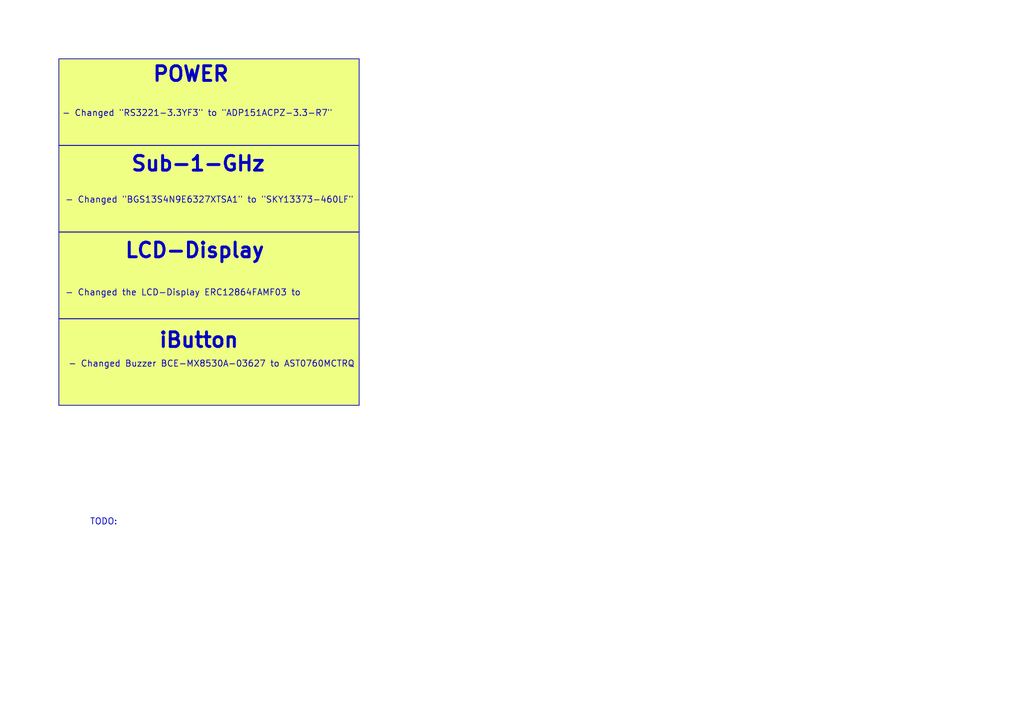
<source format=kicad_sch>
(kicad_sch
	(version 20250114)
	(generator "eeschema")
	(generator_version "9.0")
	(uuid "bf31e2d4-5785-4f49-b8ae-d2a83be2f481")
	(paper "A5")
	(title_block
		(title "Flipper Device DIY")
		(rev "13.F7B9C6")
		(company "Originally from : Flipper Devices Inc.")
		(comment 1 "DIY Version 1.0")
	)
	(lib_symbols)
	(rectangle
		(start 12.065 29.845)
		(end 73.66 47.625)
		(stroke
			(width 0)
			(type default)
		)
		(fill
			(type color)
			(color 226 255 40 0.57)
		)
		(uuid 2678ce2b-2e07-4eb7-9fd2-68087535f5f2)
	)
	(rectangle
		(start 12.065 47.625)
		(end 73.66 65.405)
		(stroke
			(width 0)
			(type default)
		)
		(fill
			(type color)
			(color 226 255 40 0.57)
		)
		(uuid 93df139a-6ac6-43bb-b7fd-5952089b7150)
	)
	(rectangle
		(start 12.065 12.065)
		(end 73.66 29.845)
		(stroke
			(width 0)
			(type default)
		)
		(fill
			(type color)
			(color 226 255 40 0.57)
		)
		(uuid ca4ed1bb-44aa-4a94-bdcd-942deb05010c)
	)
	(rectangle
		(start 12.065 65.405)
		(end 73.66 83.185)
		(stroke
			(width 0)
			(type default)
		)
		(fill
			(type color)
			(color 226 255 40 0.57)
		)
		(uuid e303f307-2026-49d2-904a-0d90ebfdb75e)
	)
	(text "- Changed \"RS3221-3.3YF3\" to \"ADP151ACPZ-3.3-R7\""
		(exclude_from_sim no)
		(at 12.7 24.13 0)
		(effects
			(font
				(size 1.27 1.27)
			)
			(justify left bottom)
		)
		(uuid "0aab8d17-0671-4a42-a106-afe37be96718")
	)
	(text "- Changed \"BGS13S4N9E6327XTSA1\" to \"SKY13373-460LF\""
		(exclude_from_sim no)
		(at 13.335 41.91 0)
		(effects
			(font
				(size 1.27 1.27)
			)
			(justify left bottom)
		)
		(uuid "3c0312ef-2654-49e3-ad0b-c1965c946fbc")
	)
	(text "LCD-Display"
		(exclude_from_sim no)
		(at 25.4 53.34 0)
		(effects
			(font
				(size 3 3)
				(thickness 0.6)
				(bold yes)
			)
			(justify left bottom)
		)
		(uuid "3d5543c6-c2b4-4227-9728-a875ae25b96a")
	)
	(text "- Changed Buzzer BCE-MX8530A-03627 to AST0760MCTRQ"
		(exclude_from_sim no)
		(at 13.97 75.565 0)
		(effects
			(font
				(size 1.27 1.27)
			)
			(justify left bottom)
		)
		(uuid "759304e5-4232-431e-b810-fb8c525b2ee6")
	)
	(text "TODO:"
		(exclude_from_sim no)
		(at 18.415 107.95 0)
		(effects
			(font
				(size 1.27 1.27)
			)
			(justify left bottom)
		)
		(uuid "af3ac1bf-fab1-4b1d-9fdc-67ec852ec20a")
	)
	(text "Sub-1-GHz"
		(exclude_from_sim no)
		(at 26.67 35.56 0)
		(effects
			(font
				(size 3 3)
				(bold yes)
			)
			(justify left bottom)
		)
		(uuid "bc1a130a-0194-4d4a-a3eb-d68a1587c6b8")
	)
	(text "- Changed the LCD-Display ERC12864FAMF03 to "
		(exclude_from_sim no)
		(at 13.335 60.96 0)
		(effects
			(font
				(size 1.27 1.27)
			)
			(justify left bottom)
		)
		(uuid "d1b14aa7-6967-44ce-8bc9-933f4d53c578")
	)
	(text "POWER"
		(exclude_from_sim no)
		(at 31.115 17.145 0)
		(effects
			(font
				(size 3 3)
				(bold yes)
			)
			(justify left bottom)
		)
		(uuid "dc072387-aabb-454c-869e-7f84d743d4c6")
	)
	(text "iButton"
		(exclude_from_sim no)
		(at 32.385 71.755 0)
		(effects
			(font
				(size 3 3)
				(thickness 0.6)
				(bold yes)
			)
			(justify left bottom)
		)
		(uuid "e6636dc4-4938-4aa4-b7eb-eaf7b40fc368")
	)
)

</source>
